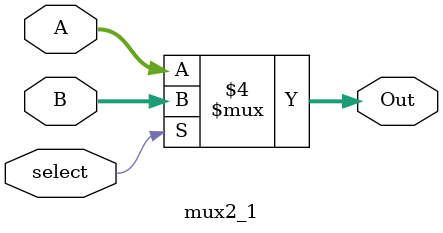
<source format=sv>
module mux2_1(input [2:0]A, B, input select, output logic [2:0]Out);
always_comb
	begin
		if(select == 1'b0)
			Out = A;
		else
			Out = B;
	end
endmodule 


</source>
